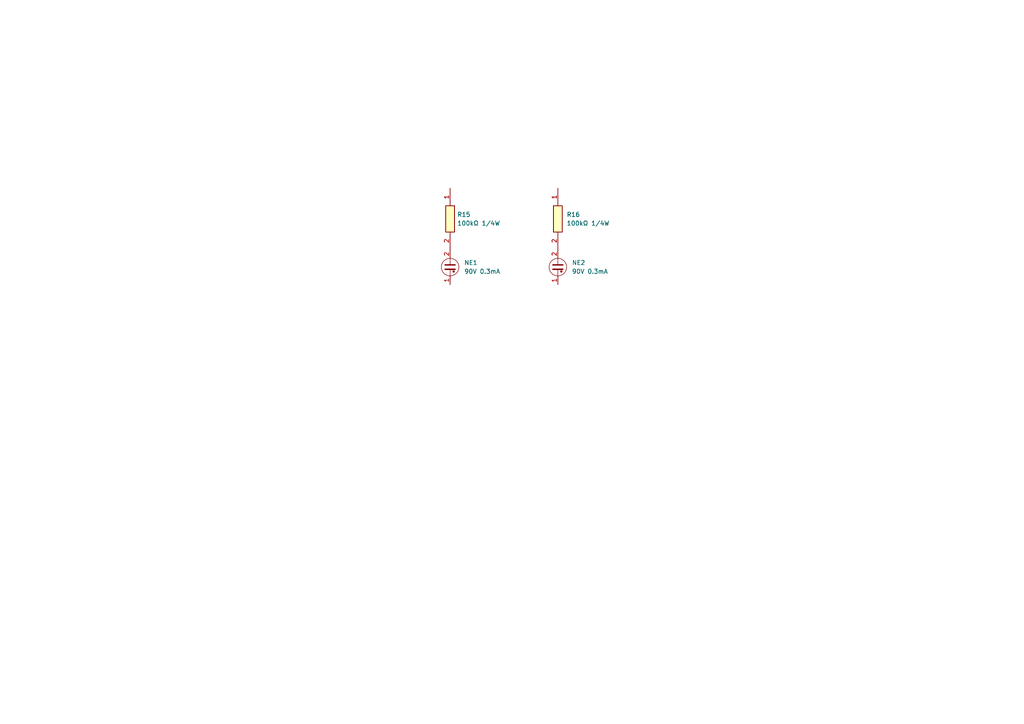
<source format=kicad_sch>
(kicad_sch (version 20231120) (generator "eeschema") (generator_version "8.0")
  (paper "A4")
  (lib_symbols
    (symbol "Device:Lamp_Neon" (pin_names (offset 0.0254) hide)
      (property "Reference" "NE" (at 0.635 3.81 0))
      (property "Value" "Lamp_Neon" (at 0.635 -3.81 0))
      (symbol "Lamp_Neon_0_1"
        (rectangle (start -1.524 -0.508) (end 1.524 -0.762) (fill (type outline)))
        (rectangle (start -1.524 0.762) (end 1.524 0.508) (fill (type outline)))
        (polyline (pts (xy 0 -2.54) (xy 0 -0.762)))
        (polyline (pts (xy 0 0.762) (xy 0 2.54)))
        (circle (center 0 0) (radius 2.54))
        (circle (center 1.016 -1.27) (radius 0.254) (fill (type outline)))
      )
      (symbol "Lamp_Neon_1_1"
        (pin passive line (at 0 -5.08 90) (length 2.54) (name "~") (number "1"))
        (pin passive line (at 0 5.08 270) (length 2.54) (name "~") (number "2"))
      )
    )
    (symbol "SamacSys_Parts:RK73H2ATTE1003F" (pin_names hide)
      (property "Reference" "R" (at 13.97 6.35 0))
      (property "Value" "RK73H2ATTE1003F" (at 13.97 3.81 0))
      (symbol "RK73H2ATTE1003F_1_1"
        (rectangle (start 5.08 1.27) (end 12.7 -1.27) (stroke (width 0.254)) (fill (type background)))
        (pin passive line (at 0 0 0) (length 5.08) (name "1") (number "1"))
        (pin passive line (at 17.78 0 180) (length 5.08) (name "2") (number "2"))
      )
    )
  )
  (symbol (lib_id "SamacSys_Parts:RK73H2ATTE1003F") (at 161.798 54.61 270) (unit 1)
    (property "Reference" "R16" (at 164.338 62.2299 90) (effects (justify left)))
    (property "Value" "100kΩ 1/4W" (at 164.338 64.7699 90) (effects (justify left)))
    (property "Footprint" "RESC2012X60N" (effects (hide yes)))
    (property "Datasheet" "http://www.koaspeer.com/catimages/Products/RK73H/RK73H.pdf" (effects (hide yes)))
    (property "Description" "Thick Film Resistors - SMD 1/4W 100K OHM 1%" (effects (hide yes)))
    (property "Height" "0.6" (effects (hide yes)))
    (property "Mouser Part Number" "660-RK73H2ATTE1003F" (effects (hide yes)))
    (property "Mouser Price/Stock" "https://www.mouser.co.uk/ProductDetail/KOA-Speer/RK73H2ATTE1003F?qs=JXEKNMc11mPgE5iv74bcPQ%3D%3D" (effects (hide yes)))
    (property "Manufacturer_Name" "KOA Speer" (effects (hide yes)))
    (property "Manufacturer_Part_Number" "RK73H2ATTE1003F" (effects (hide yes)))
  )
  (symbol (lib_id "Device:Lamp_Neon") (at 130.556 77.47 0) (unit 1)
    (property "Reference" "NE1" (at 134.62 76.1999 0) (effects (justify left)))
    (property "Value" "90V 0.3mA" (at 134.62 78.7399 0) (effects (justify left)))
    (property "Footprint" "nixie:neon_lamp" (effects (hide yes)))
    (property "Description" "Neon lamp" (effects (hide yes)))
  )
  (symbol (lib_id "SamacSys_Parts:RK73H2ATTE1003F") (at 130.556 54.61 270) (unit 1)
    (property "Reference" "R15" (at 132.588 62.2299 90) (effects (justify left)))
    (property "Value" "100kΩ 1/4W" (at 132.588 64.7699 90) (effects (justify left)))
    (property "Footprint" "RESC2012X60N" (effects (hide yes)))
    (property "Datasheet" "http://www.koaspeer.com/catimages/Products/RK73H/RK73H.pdf" (effects (hide yes)))
    (property "Description" "Thick Film Resistors - SMD 1/4W 100K OHM 1%" (effects (hide yes)))
    (property "Height" "0.6" (effects (hide yes)))
    (property "Mouser Part Number" "660-RK73H2ATTE1003F" (effects (hide yes)))
    (property "Mouser Price/Stock" "https://www.mouser.co.uk/ProductDetail/KOA-Speer/RK73H2ATTE1003F?qs=JXEKNMc11mPgE5iv74bcPQ%3D%3D" (effects (hide yes)))
    (property "Manufacturer_Name" "KOA Speer" (effects (hide yes)))
    (property "Manufacturer_Part_Number" "RK73H2ATTE1003F" (effects (hide yes)))
  )
  (symbol (lib_id "Device:Lamp_Neon") (at 161.798 77.47 0) (unit 1)
    (property "Reference" "NE2" (at 165.862 76.1999 0) (effects (justify left)))
    (property "Value" "90V 0.3mA" (at 165.862 78.7399 0) (effects (justify left)))
    (property "Footprint" "nixie:neon_lamp" (effects (hide yes)))
    (property "Description" "Neon lamp" (effects (hide yes)))
  )
)
</source>
